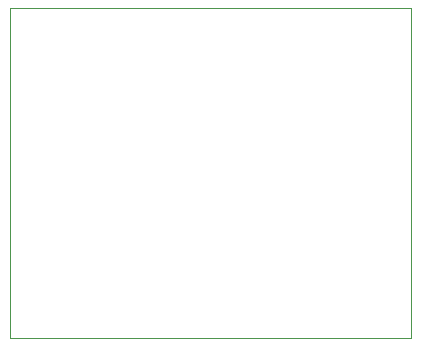
<source format=gbp>
G75*
%MOIN*%
%OFA0B0*%
%FSLAX25Y25*%
%IPPOS*%
%LPD*%
%AMOC8*
5,1,8,0,0,1.08239X$1,22.5*
%
%ADD10C,0.00000*%
D10*
X0004162Y0004162D02*
X0004162Y0114123D01*
X0137863Y0114123D01*
X0137863Y0004162D01*
X0004162Y0004162D01*
M02*

</source>
